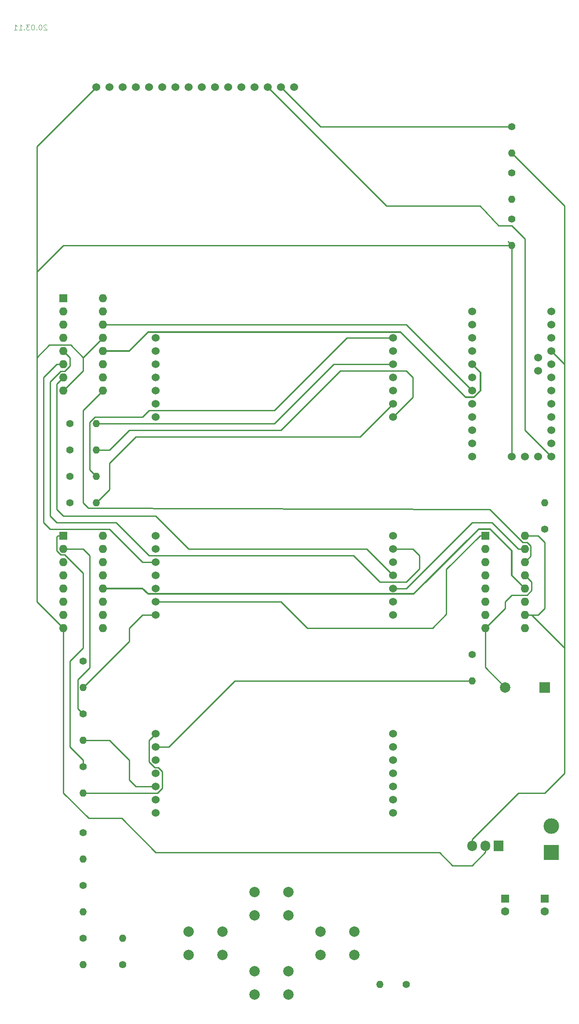
<source format=gbl>
G04 #@! TF.GenerationSoftware,KiCad,Pcbnew,5.1.5-52549c5~84~ubuntu19.10.1*
G04 #@! TF.CreationDate,2020-03-16T22:21:34+01:00*
G04 #@! TF.ProjectId,tetris-board,74657472-6973-42d6-926f-6172642e6b69,rev?*
G04 #@! TF.SameCoordinates,Original*
G04 #@! TF.FileFunction,Copper,L2,Bot*
G04 #@! TF.FilePolarity,Positive*
%FSLAX46Y46*%
G04 Gerber Fmt 4.6, Leading zero omitted, Abs format (unit mm)*
G04 Created by KiCad (PCBNEW 5.1.5-52549c5~84~ubuntu19.10.1) date 2020-03-16 22:21:34*
%MOMM*%
%LPD*%
G04 APERTURE LIST*
%ADD10C,0.100000*%
%ADD11C,1.524000*%
%ADD12O,1.600000X1.600000*%
%ADD13R,1.600000X1.600000*%
%ADD14C,3.000000*%
%ADD15R,3.000000X3.000000*%
%ADD16O,1.905000X2.000000*%
%ADD17R,1.905000X2.000000*%
%ADD18C,1.600000*%
%ADD19C,2.000000*%
%ADD20O,1.400000X1.400000*%
%ADD21C,1.400000*%
%ADD22R,2.000000X2.000000*%
%ADD23C,0.250000*%
%ADD24C,0.300000*%
G04 APERTURE END LIST*
D10*
X42512857Y-47807619D02*
X42465238Y-47760000D01*
X42370000Y-47712380D01*
X42131904Y-47712380D01*
X42036666Y-47760000D01*
X41989047Y-47807619D01*
X41941428Y-47902857D01*
X41941428Y-47998095D01*
X41989047Y-48140952D01*
X42560476Y-48712380D01*
X41941428Y-48712380D01*
X41322380Y-47712380D02*
X41227142Y-47712380D01*
X41131904Y-47760000D01*
X41084285Y-47807619D01*
X41036666Y-47902857D01*
X40989047Y-48093333D01*
X40989047Y-48331428D01*
X41036666Y-48521904D01*
X41084285Y-48617142D01*
X41131904Y-48664761D01*
X41227142Y-48712380D01*
X41322380Y-48712380D01*
X41417619Y-48664761D01*
X41465238Y-48617142D01*
X41512857Y-48521904D01*
X41560476Y-48331428D01*
X41560476Y-48093333D01*
X41512857Y-47902857D01*
X41465238Y-47807619D01*
X41417619Y-47760000D01*
X41322380Y-47712380D01*
X40560476Y-48617142D02*
X40512857Y-48664761D01*
X40560476Y-48712380D01*
X40608095Y-48664761D01*
X40560476Y-48617142D01*
X40560476Y-48712380D01*
X39893809Y-47712380D02*
X39798571Y-47712380D01*
X39703333Y-47760000D01*
X39655714Y-47807619D01*
X39608095Y-47902857D01*
X39560476Y-48093333D01*
X39560476Y-48331428D01*
X39608095Y-48521904D01*
X39655714Y-48617142D01*
X39703333Y-48664761D01*
X39798571Y-48712380D01*
X39893809Y-48712380D01*
X39989047Y-48664761D01*
X40036666Y-48617142D01*
X40084285Y-48521904D01*
X40131904Y-48331428D01*
X40131904Y-48093333D01*
X40084285Y-47902857D01*
X40036666Y-47807619D01*
X39989047Y-47760000D01*
X39893809Y-47712380D01*
X39227142Y-47712380D02*
X38608095Y-47712380D01*
X38941428Y-48093333D01*
X38798571Y-48093333D01*
X38703333Y-48140952D01*
X38655714Y-48188571D01*
X38608095Y-48283809D01*
X38608095Y-48521904D01*
X38655714Y-48617142D01*
X38703333Y-48664761D01*
X38798571Y-48712380D01*
X39084285Y-48712380D01*
X39179523Y-48664761D01*
X39227142Y-48617142D01*
X38179523Y-48617142D02*
X38131904Y-48664761D01*
X38179523Y-48712380D01*
X38227142Y-48664761D01*
X38179523Y-48617142D01*
X38179523Y-48712380D01*
X37179523Y-48712380D02*
X37750952Y-48712380D01*
X37465238Y-48712380D02*
X37465238Y-47712380D01*
X37560476Y-47855238D01*
X37655714Y-47950476D01*
X37750952Y-47998095D01*
X36227142Y-48712380D02*
X36798571Y-48712380D01*
X36512857Y-48712380D02*
X36512857Y-47712380D01*
X36608095Y-47855238D01*
X36703333Y-47950476D01*
X36798571Y-47998095D01*
D11*
X90170000Y-59690000D03*
X87630000Y-59690000D03*
X85090000Y-59690000D03*
X82550000Y-59690000D03*
X80010000Y-59690000D03*
X77470000Y-59690000D03*
X74930000Y-59690000D03*
X72390000Y-59690000D03*
X69850000Y-59690000D03*
X67310000Y-59690000D03*
X64770000Y-59690000D03*
X62230000Y-59690000D03*
X59690000Y-59690000D03*
X57150000Y-59690000D03*
X54610000Y-59690000D03*
X52070000Y-59690000D03*
X137160000Y-111760000D03*
X137160000Y-114300000D03*
X124460000Y-102870000D03*
X124460000Y-105410000D03*
X124460000Y-107950000D03*
X124460000Y-110490000D03*
X124460000Y-113030000D03*
X124460000Y-115570000D03*
X124460000Y-118110000D03*
X124460000Y-120650000D03*
X124460000Y-123190000D03*
X124460000Y-125730000D03*
X124460000Y-128270000D03*
X124460000Y-130810000D03*
X132080000Y-130810000D03*
X134620000Y-130810000D03*
X137160000Y-130810000D03*
X139700000Y-102870000D03*
X139700000Y-105410000D03*
X139700000Y-107950000D03*
X139700000Y-110490000D03*
X139700000Y-113030000D03*
X139700000Y-115570000D03*
X139700000Y-118110000D03*
X139700000Y-120650000D03*
X139700000Y-123190000D03*
X139700000Y-125730000D03*
X139700000Y-128270000D03*
X139700000Y-130810000D03*
X109220000Y-199390000D03*
X109220000Y-196850000D03*
X109220000Y-194310000D03*
X109220000Y-191770000D03*
X109220000Y-189230000D03*
X109220000Y-186690000D03*
X109220000Y-184150000D03*
X63500000Y-199390000D03*
X63500000Y-196850000D03*
X63500000Y-194310000D03*
X63500000Y-191770000D03*
X63500000Y-189230000D03*
X63500000Y-186690000D03*
X63500000Y-184150000D03*
X109220000Y-161290000D03*
X109220000Y-158750000D03*
X109220000Y-156210000D03*
X109220000Y-153670000D03*
X109220000Y-151130000D03*
X109220000Y-148590000D03*
X109220000Y-146050000D03*
X63500000Y-161290000D03*
X63500000Y-158750000D03*
X63500000Y-156210000D03*
X63500000Y-153670000D03*
X63500000Y-151130000D03*
X63500000Y-148590000D03*
X63500000Y-146050000D03*
D12*
X53340000Y-100330000D03*
X45720000Y-118110000D03*
X53340000Y-102870000D03*
X45720000Y-115570000D03*
X53340000Y-105410000D03*
X45720000Y-113030000D03*
X53340000Y-107950000D03*
X45720000Y-110490000D03*
X53340000Y-110490000D03*
X45720000Y-107950000D03*
X53340000Y-113030000D03*
X45720000Y-105410000D03*
X53340000Y-115570000D03*
X45720000Y-102870000D03*
X53340000Y-118110000D03*
D13*
X45720000Y-100330000D03*
D11*
X109220000Y-123190000D03*
X109220000Y-120650000D03*
X109220000Y-118110000D03*
X109220000Y-115570000D03*
X109220000Y-113030000D03*
X109220000Y-110490000D03*
X109220000Y-107950000D03*
X63500000Y-123190000D03*
X63500000Y-120650000D03*
X63500000Y-118110000D03*
X63500000Y-115570000D03*
X63500000Y-113030000D03*
X63500000Y-110490000D03*
X63500000Y-107950000D03*
D12*
X53340000Y-146050000D03*
X45720000Y-163830000D03*
X53340000Y-148590000D03*
X45720000Y-161290000D03*
X53340000Y-151130000D03*
X45720000Y-158750000D03*
X53340000Y-153670000D03*
X45720000Y-156210000D03*
X53340000Y-156210000D03*
X45720000Y-153670000D03*
X53340000Y-158750000D03*
X45720000Y-151130000D03*
X53340000Y-161290000D03*
X45720000Y-148590000D03*
X53340000Y-163830000D03*
D13*
X45720000Y-146050000D03*
D14*
X139700000Y-201930000D03*
D15*
X139700000Y-207010000D03*
D16*
X124460000Y-205740000D03*
X127000000Y-205740000D03*
D17*
X129540000Y-205740000D03*
D18*
X138430000Y-218400000D03*
D13*
X138430000Y-215900000D03*
D18*
X130810000Y-218400000D03*
D13*
X130810000Y-215900000D03*
D19*
X101750000Y-222250000D03*
X101750000Y-226750000D03*
X95250000Y-222250000D03*
X95250000Y-226750000D03*
X89050000Y-229870000D03*
X89050000Y-234370000D03*
X82550000Y-229870000D03*
X82550000Y-234370000D03*
X89050000Y-214630000D03*
X89050000Y-219130000D03*
X82550000Y-214630000D03*
X82550000Y-219130000D03*
X76350000Y-222250000D03*
X76350000Y-226750000D03*
X69850000Y-222250000D03*
X69850000Y-226750000D03*
D20*
X138430000Y-139700000D03*
D21*
X138430000Y-144780000D03*
D20*
X132080000Y-72390000D03*
D21*
X132080000Y-67310000D03*
D20*
X132080000Y-81280000D03*
D21*
X132080000Y-76200000D03*
D20*
X132080000Y-90170000D03*
D21*
X132080000Y-85090000D03*
D20*
X106680000Y-232410000D03*
D21*
X111760000Y-232410000D03*
D20*
X57150000Y-223520000D03*
D21*
X57150000Y-228600000D03*
D20*
X49530000Y-228600000D03*
D21*
X49530000Y-223520000D03*
D20*
X49530000Y-218440000D03*
D21*
X49530000Y-213360000D03*
D20*
X49530000Y-208280000D03*
D21*
X49530000Y-203200000D03*
D19*
X130830000Y-175260000D03*
D22*
X138430000Y-175260000D03*
D20*
X52070000Y-139700000D03*
D21*
X46990000Y-139700000D03*
D20*
X52070000Y-134620000D03*
D21*
X46990000Y-134620000D03*
D20*
X52070000Y-129540000D03*
D21*
X46990000Y-129540000D03*
D20*
X52070000Y-124460000D03*
D21*
X46990000Y-124460000D03*
D20*
X49530000Y-175260000D03*
D21*
X49530000Y-170180000D03*
D20*
X124460000Y-173990000D03*
D21*
X124460000Y-168910000D03*
D20*
X49530000Y-195580000D03*
D21*
X49530000Y-190500000D03*
D20*
X49530000Y-185420000D03*
D21*
X49530000Y-180340000D03*
D12*
X134620000Y-146050000D03*
X127000000Y-163830000D03*
X134620000Y-148590000D03*
X127000000Y-161290000D03*
X134620000Y-151130000D03*
X127000000Y-158750000D03*
X134620000Y-153670000D03*
X127000000Y-156210000D03*
X134620000Y-156210000D03*
X127000000Y-153670000D03*
X134620000Y-158750000D03*
X127000000Y-151130000D03*
X134620000Y-161290000D03*
X127000000Y-148590000D03*
X134620000Y-163830000D03*
D13*
X127000000Y-146050000D03*
D23*
X109220000Y-156210000D02*
X111760000Y-156210000D01*
X111760000Y-156210000D02*
X124460000Y-143510000D01*
X124460000Y-143510000D02*
X128270000Y-143510000D01*
X133350000Y-148590000D02*
X134620000Y-148590000D01*
X128270000Y-143510000D02*
X133350000Y-148590000D01*
X104140000Y-148590000D02*
X109220000Y-153670000D01*
X44450000Y-116840000D02*
X44450000Y-140970000D01*
X44450000Y-140970000D02*
X45720000Y-142240000D01*
X45720000Y-115570000D02*
X44450000Y-116840000D01*
X69850000Y-148590000D02*
X104140000Y-148590000D01*
X45720000Y-142240000D02*
X63500000Y-142240000D01*
X63500000Y-142240000D02*
X69850000Y-148590000D01*
X114300000Y-149860000D02*
X113030000Y-148590000D01*
X114300000Y-152400000D02*
X114300000Y-149860000D01*
X45179999Y-114444999D02*
X43180000Y-116444998D01*
X45970003Y-114444999D02*
X45179999Y-114444999D01*
X46990000Y-113425002D02*
X45970003Y-114444999D01*
X106680000Y-154940000D02*
X111760000Y-154940000D01*
X44450000Y-143510000D02*
X55880000Y-143510000D01*
X45720000Y-110490000D02*
X46990000Y-111760000D01*
X43180000Y-142240000D02*
X44450000Y-143510000D01*
X43180000Y-116444998D02*
X43180000Y-142240000D01*
X111760000Y-154940000D02*
X114300000Y-152400000D01*
X101600000Y-149860000D02*
X106680000Y-154940000D01*
X46990000Y-111760000D02*
X46990000Y-113425002D01*
X55880000Y-143510000D02*
X62230000Y-149860000D01*
X113030000Y-148590000D02*
X109220000Y-148590000D01*
X62230000Y-149860000D02*
X101600000Y-149860000D01*
X125950000Y-146050000D02*
X127000000Y-146050000D01*
X63500000Y-158750000D02*
X87630000Y-158750000D01*
X92710000Y-163830000D02*
X116840000Y-163830000D01*
X87630000Y-158750000D02*
X92710000Y-163830000D01*
X119490000Y-152510000D02*
X125950000Y-146050000D01*
X116840000Y-163830000D02*
X119490000Y-161180000D01*
X119490000Y-161180000D02*
X119490000Y-152510000D01*
X54610000Y-144780000D02*
X60960000Y-151130000D01*
X45720000Y-113030000D02*
X44450000Y-113030000D01*
X41910000Y-115570000D02*
X41910000Y-143510000D01*
X41910000Y-143510000D02*
X43180000Y-144780000D01*
X60960000Y-151130000D02*
X63500000Y-151130000D01*
X44450000Y-113030000D02*
X41910000Y-115570000D01*
X43180000Y-144780000D02*
X54610000Y-144780000D01*
X49530000Y-121920000D02*
X53340000Y-118110000D01*
X49530000Y-139700000D02*
X49530000Y-121920000D01*
X134224998Y-147320000D02*
X127874998Y-140970000D01*
X135015002Y-147320000D02*
X134224998Y-147320000D01*
X135745001Y-148049999D02*
X135015002Y-147320000D01*
X50555001Y-140725001D02*
X49530000Y-139700000D01*
X125730000Y-140970000D02*
X50555001Y-140725001D01*
X135745001Y-150004999D02*
X135745001Y-148049999D01*
X127874998Y-140970000D02*
X125730000Y-140970000D01*
X134620000Y-151130000D02*
X135745001Y-150004999D01*
X49530000Y-185420000D02*
X54610000Y-185420000D01*
X58420000Y-189230000D02*
X58420000Y-193040000D01*
X54610000Y-185420000D02*
X58420000Y-189230000D01*
X59690000Y-194310000D02*
X63500000Y-194310000D01*
X58420000Y-193040000D02*
X59690000Y-194310000D01*
X49530000Y-180340000D02*
X48504999Y-179314999D01*
X50800000Y-171450000D02*
X50800000Y-149860000D01*
X49530000Y-148590000D02*
X45720000Y-148590000D01*
X48504999Y-179314999D02*
X48504999Y-173745001D01*
X48504999Y-173745001D02*
X50800000Y-171450000D01*
X50800000Y-149860000D02*
X49530000Y-148590000D01*
X63838762Y-195580000D02*
X49530000Y-195580000D01*
X62230000Y-185420000D02*
X62230000Y-189568762D01*
X62230000Y-189568762D02*
X63344237Y-190682999D01*
X64021761Y-190682999D02*
X64770000Y-191431238D01*
X64770000Y-194648762D02*
X63838762Y-195580000D01*
X64770000Y-191431238D02*
X64770000Y-194648762D01*
X63500000Y-184150000D02*
X62230000Y-185420000D01*
X63344237Y-190682999D02*
X64021761Y-190682999D01*
X49530000Y-189230000D02*
X49530000Y-190500000D01*
X46990000Y-186690000D02*
X49530000Y-189230000D01*
X46990000Y-170180000D02*
X46990000Y-186690000D01*
X49530000Y-153274998D02*
X49530000Y-167640000D01*
X45970003Y-149715001D02*
X49530000Y-153274998D01*
X44670000Y-146050000D02*
X44450000Y-146270000D01*
X44450000Y-146270000D02*
X44450000Y-148985002D01*
X45720000Y-146050000D02*
X44670000Y-146050000D01*
X44450000Y-148985002D02*
X45179999Y-149715001D01*
X49530000Y-167640000D02*
X46990000Y-170180000D01*
X45179999Y-149715001D02*
X45970003Y-149715001D01*
X124460000Y-173990000D02*
X78740000Y-173990000D01*
X66040000Y-186690000D02*
X63500000Y-186690000D01*
X78740000Y-173990000D02*
X66040000Y-186690000D01*
X58420000Y-166370000D02*
X58420000Y-163830000D01*
X49530000Y-175260000D02*
X58420000Y-166370000D01*
X60960000Y-161290000D02*
X63500000Y-161290000D01*
X58420000Y-163830000D02*
X60960000Y-161290000D01*
X97790000Y-113030000D02*
X109220000Y-113030000D01*
X52070000Y-124460000D02*
X86360000Y-124460000D01*
X86360000Y-124460000D02*
X97790000Y-113030000D01*
X52070000Y-129540000D02*
X54610000Y-129540000D01*
X54610000Y-129540000D02*
X58420000Y-125730000D01*
X58420000Y-125730000D02*
X87630000Y-125730000D01*
X87630000Y-125730000D02*
X99060000Y-114300000D01*
X99060000Y-114300000D02*
X111760000Y-114300000D01*
X113030000Y-115570000D02*
X113030000Y-119380000D01*
X113030000Y-119380000D02*
X109220000Y-123190000D01*
X111760000Y-114300000D02*
X113030000Y-115570000D01*
X52070000Y-134620000D02*
X50800000Y-133350000D01*
X50800000Y-124212998D02*
X51822998Y-123190000D01*
X50800000Y-133350000D02*
X50800000Y-124212998D01*
X51822998Y-123190000D02*
X60960000Y-123190000D01*
X60960000Y-123190000D02*
X62230000Y-121920000D01*
X62230000Y-121920000D02*
X86360000Y-121920000D01*
X100330000Y-107950000D02*
X109220000Y-107950000D01*
X86360000Y-121920000D02*
X100330000Y-107950000D01*
X52070000Y-139700000D02*
X54610000Y-137160000D01*
X54610000Y-137160000D02*
X54610000Y-132080000D01*
X54610000Y-132080000D02*
X59690000Y-127000000D01*
X102870000Y-127000000D02*
X109220000Y-120650000D01*
X59690000Y-127000000D02*
X102870000Y-127000000D01*
X142240000Y-115570000D02*
X142240000Y-139700000D01*
X134620000Y-146050000D02*
X137160000Y-146050000D01*
X137160000Y-146050000D02*
X138430000Y-147320000D01*
X138430000Y-147320000D02*
X138430000Y-160020000D01*
X137160000Y-161290000D02*
X134620000Y-161290000D01*
X138430000Y-160020000D02*
X137160000Y-161290000D01*
X142240000Y-113030000D02*
X142240000Y-115570000D01*
X124460000Y-204490000D02*
X124460000Y-205740000D01*
X133370000Y-195580000D02*
X124460000Y-204490000D01*
X139700000Y-110490000D02*
X142240000Y-113030000D01*
X132080000Y-72390000D02*
X142240000Y-82550000D01*
X135890000Y-161290000D02*
X142240000Y-167640000D01*
X142240000Y-153670000D02*
X142240000Y-167640000D01*
X138430000Y-195580000D02*
X133370000Y-195580000D01*
X142240000Y-82550000D02*
X142240000Y-115570000D01*
X134620000Y-161290000D02*
X135890000Y-161290000D01*
X142240000Y-167640000D02*
X142240000Y-191770000D01*
X142240000Y-191770000D02*
X138430000Y-195580000D01*
X142240000Y-139700000D02*
X142240000Y-153670000D01*
X111760000Y-105410000D02*
X124460000Y-118110000D01*
X53340000Y-105410000D02*
X111760000Y-105410000D01*
D24*
X126068762Y-114638762D02*
X124460000Y-113030000D01*
X124798762Y-119380000D02*
X126068762Y-118110000D01*
X58420000Y-110490000D02*
X62047001Y-106862999D01*
X53340000Y-110490000D02*
X58420000Y-110490000D01*
X62047001Y-106862999D02*
X110672999Y-106862999D01*
X110672999Y-106862999D02*
X123190000Y-119380000D01*
X126068762Y-118110000D02*
X126068762Y-114638762D01*
X123190000Y-119380000D02*
X124798762Y-119380000D01*
X132080000Y-148944998D02*
X132080000Y-153670000D01*
X127915002Y-144780000D02*
X132080000Y-148944998D01*
X60960000Y-156210000D02*
X62047001Y-157297001D01*
X132080000Y-153670000D02*
X134620000Y-156210000D01*
X113212999Y-157297001D02*
X125730000Y-144780000D01*
X53340000Y-156210000D02*
X60960000Y-156210000D01*
X62047001Y-157297001D02*
X113212999Y-157297001D01*
X125730000Y-144780000D02*
X127915002Y-144780000D01*
D23*
X45720000Y-118110000D02*
X49530000Y-114300000D01*
X49530000Y-111760000D02*
X53340000Y-107950000D01*
X49530000Y-114300000D02*
X49530000Y-111760000D01*
X47134999Y-109364999D02*
X43035001Y-109364999D01*
X49530000Y-111760000D02*
X47134999Y-109364999D01*
X43035001Y-109364999D02*
X40640000Y-111760000D01*
X40640000Y-158750000D02*
X45720000Y-163830000D01*
X40640000Y-111760000D02*
X40640000Y-158750000D01*
X127000000Y-206990000D02*
X127000000Y-205740000D01*
X124440000Y-209550000D02*
X127000000Y-206990000D01*
X118165010Y-207065010D02*
X120650000Y-209550000D01*
X120650000Y-209550000D02*
X124440000Y-209550000D01*
X56967001Y-200477001D02*
X63500000Y-207010000D01*
X68580000Y-207010000D02*
X118165010Y-207065010D01*
X63500000Y-207010000D02*
X68580000Y-207010000D01*
X50617001Y-200477001D02*
X45720000Y-195580000D01*
X45720000Y-163830000D02*
X45720000Y-195580000D01*
X50617001Y-200477001D02*
X56967001Y-200477001D01*
X131380001Y-89470001D02*
X132080000Y-90170000D01*
X132080000Y-90170000D02*
X132080000Y-130810000D01*
X127000000Y-171430000D02*
X130830000Y-175260000D01*
X127000000Y-163830000D02*
X127000000Y-171430000D01*
X130810000Y-160020000D02*
X127000000Y-163830000D01*
X130810000Y-158750000D02*
X130810000Y-160020000D01*
X134620000Y-153670000D02*
X135890000Y-154940000D01*
X135890000Y-154940000D02*
X135890000Y-156605002D01*
X135890000Y-156605002D02*
X135015002Y-157480000D01*
X135015002Y-157480000D02*
X132080000Y-157480000D01*
X132080000Y-157480000D02*
X130810000Y-158750000D01*
X40640000Y-71120000D02*
X52070000Y-59690000D01*
X45720000Y-90170000D02*
X40640000Y-95250000D01*
X132080000Y-90170000D02*
X45720000Y-90170000D01*
X40640000Y-111760000D02*
X40640000Y-95250000D01*
X40640000Y-95250000D02*
X40640000Y-71120000D01*
X95250000Y-67310000D02*
X87630000Y-59690000D01*
X132080000Y-67310000D02*
X95250000Y-67310000D01*
X139700000Y-130810000D02*
X134620000Y-125730000D01*
X134620000Y-125730000D02*
X134620000Y-88900000D01*
X107950000Y-82550000D02*
X85090000Y-59690000D01*
X134620000Y-88900000D02*
X132080000Y-86360000D01*
X125977002Y-82550000D02*
X107950000Y-82550000D01*
X129540000Y-86360000D02*
X125977002Y-82550000D01*
X132080000Y-86360000D02*
X129540000Y-86360000D01*
M02*

</source>
